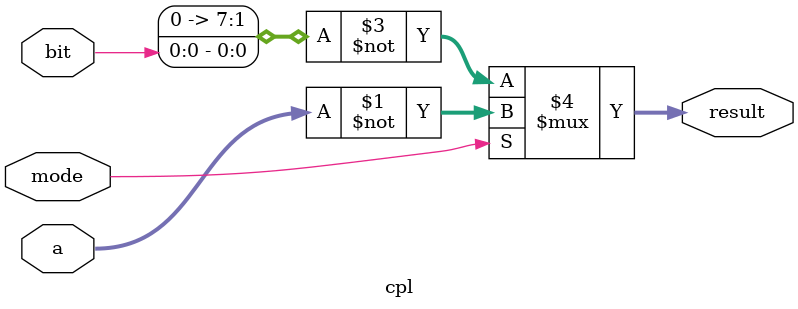
<source format=v>
`timescale 1ns / 1ps

module cpl(a, result, mode, bit);
       
    input        mode;
    input        bit;
    input  [7:0] a;             // Temp accumulators
    output [7:0] result;        // result of the operation
    
    assign result = mode ? ~a : ~bit; 
endmodule 
</source>
